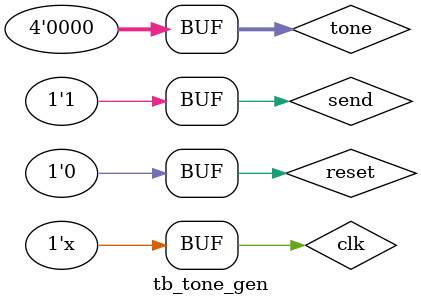
<source format=v>

module tb_tone_gen ();

    reg clk, reset, send;
    reg [3:0] tone;
    wire frame_clk, bit_clk, sound_data;

    wire [15:0] _samp_out, _tg1_per;
    wire _sw1_out;

    tone_gen #(.CLOCK_SPEED(32'd128)) tg1 (
        .tone(tone),
        .period(_tg1_per)
    );

    square_wave_gen sw (
        .clk(clk),
        .reset(reset),
        .period(_tg1_per),
        .duty_cycle(_tg1_per >> 1),
        .value(_sw1_out)
    );

    square_amp sa (
        .in(_sw1_out),
        .out(_samp_out)
    );

    i2s_controller is (
        .clk(clk),
        .reset(reset),
        .send(send),
        .sample_left(_samp_out),
        .sample_right(_samp_out),
        .frame_clk(frame_clk),
        .bit_clk(bit_clk),
        .data(sound_data)
    );

    always #1 clk <= ~clk;
    initial clk <= 1'h0;

    initial begin
        reset = 1'b0; #1; reset = 1'b1; #1; reset = 1'b0;
        tone = 4'd0;
        send = 1'b0; #1; send = 1'b1;
    end


endmodule
</source>
